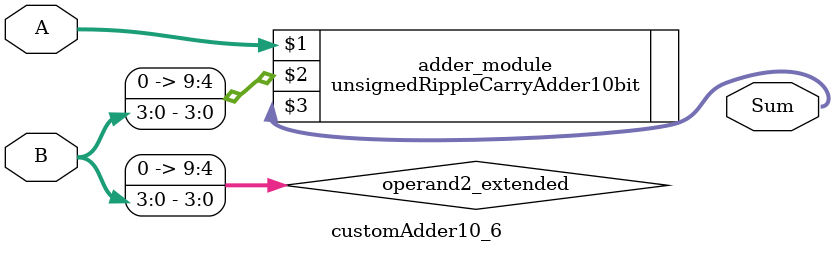
<source format=v>

module customAdder10_6(
                    input [9 : 0] A,
                    input [3 : 0] B,
                    
                    output [10 : 0] Sum
            );

    wire [9 : 0] operand2_extended;
    
    assign operand2_extended =  {6'b0, B};
    
    unsignedRippleCarryAdder10bit adder_module(
        A,
        operand2_extended,
        Sum
    );
    
endmodule
        
</source>
